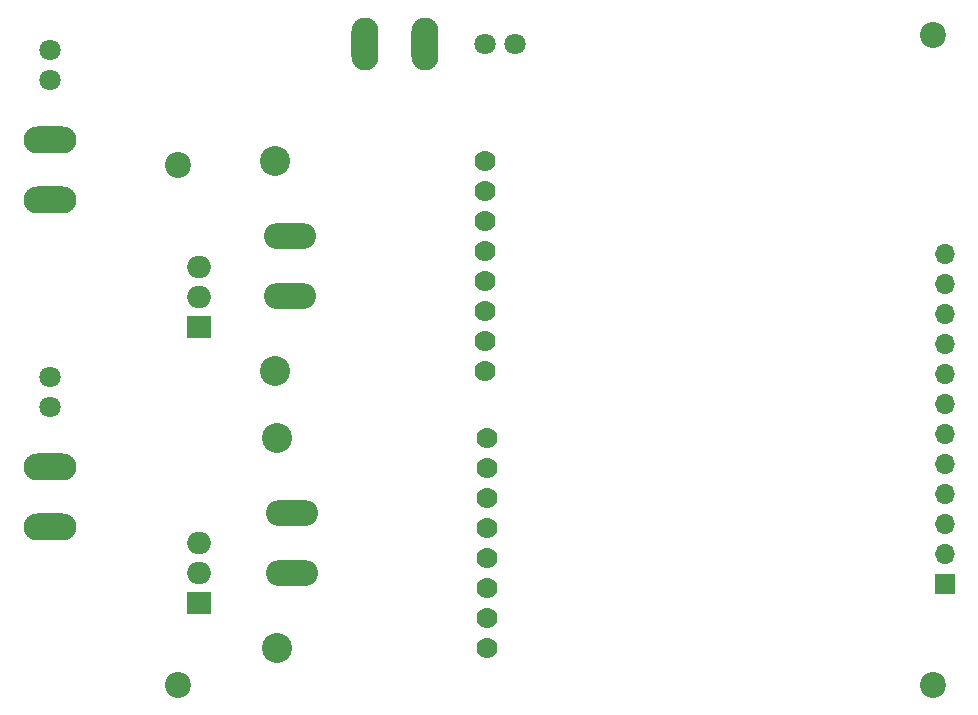
<source format=gbs>
G04 #@! TF.GenerationSoftware,KiCad,Pcbnew,7.0.8*
G04 #@! TF.CreationDate,2023-10-27T17:24:16-04:00*
G04 #@! TF.ProjectId,IPTC Power Distribution and Control,49505443-2050-46f7-9765-722044697374,rev?*
G04 #@! TF.SameCoordinates,Original*
G04 #@! TF.FileFunction,Soldermask,Bot*
G04 #@! TF.FilePolarity,Negative*
%FSLAX46Y46*%
G04 Gerber Fmt 4.6, Leading zero omitted, Abs format (unit mm)*
G04 Created by KiCad (PCBNEW 7.0.8) date 2023-10-27 17:24:16*
%MOMM*%
%LPD*%
G01*
G04 APERTURE LIST*
%ADD10C,2.200000*%
%ADD11R,1.700000X1.700000*%
%ADD12O,1.700000X1.700000*%
%ADD13C,1.803400*%
%ADD14C,2.540000*%
%ADD15C,1.778000*%
%ADD16O,4.400000X2.200000*%
%ADD17O,4.470400X2.286000*%
%ADD18R,2.000000X1.905000*%
%ADD19O,2.000000X1.905000*%
%ADD20O,2.286000X4.470400*%
G04 APERTURE END LIST*
D10*
X219861000Y-57729000D03*
D11*
X220821000Y-104140000D03*
D12*
X220821000Y-101600000D03*
X220821000Y-99060000D03*
X220821000Y-96520000D03*
X220821000Y-93980000D03*
X220821000Y-91440000D03*
X220821000Y-88900000D03*
X220821000Y-86360000D03*
X220821000Y-83820000D03*
X220821000Y-81280000D03*
X220821000Y-78740000D03*
X220821000Y-76200000D03*
D13*
X145034000Y-61468000D03*
X145034000Y-58928000D03*
D10*
X155861000Y-68729000D03*
D14*
X164238000Y-109628000D03*
X164238000Y-91848000D03*
D15*
X182018000Y-109628000D03*
X182018000Y-107088000D03*
X182018000Y-104548000D03*
X182018000Y-102008000D03*
X182018000Y-99468000D03*
X182018000Y-96928000D03*
X182018000Y-94388000D03*
X182018000Y-91848000D03*
D16*
X165508000Y-103278000D03*
X165508000Y-98198000D03*
D17*
X145034000Y-71628000D03*
X145034000Y-66548000D03*
D18*
X157663000Y-82450000D03*
D19*
X157663000Y-79910000D03*
X157663000Y-77370000D03*
D18*
X157663000Y-105818000D03*
D19*
X157663000Y-103278000D03*
X157663000Y-100738000D03*
D14*
X164138000Y-86160000D03*
X164138000Y-68380000D03*
D15*
X181918000Y-86160000D03*
X181918000Y-83620000D03*
X181918000Y-81080000D03*
X181918000Y-78540000D03*
X181918000Y-76000000D03*
X181918000Y-73460000D03*
X181918000Y-70920000D03*
X181918000Y-68380000D03*
D16*
X165408000Y-79810000D03*
X165408000Y-74730000D03*
D10*
X155861000Y-112729000D03*
D20*
X171704000Y-58420000D03*
X176784000Y-58420000D03*
D10*
X219861000Y-112729000D03*
D13*
X181864000Y-58420000D03*
X184404000Y-58420000D03*
D17*
X145034000Y-99314000D03*
X145034000Y-94234000D03*
D13*
X145034000Y-89154000D03*
X145034000Y-86614000D03*
M02*

</source>
